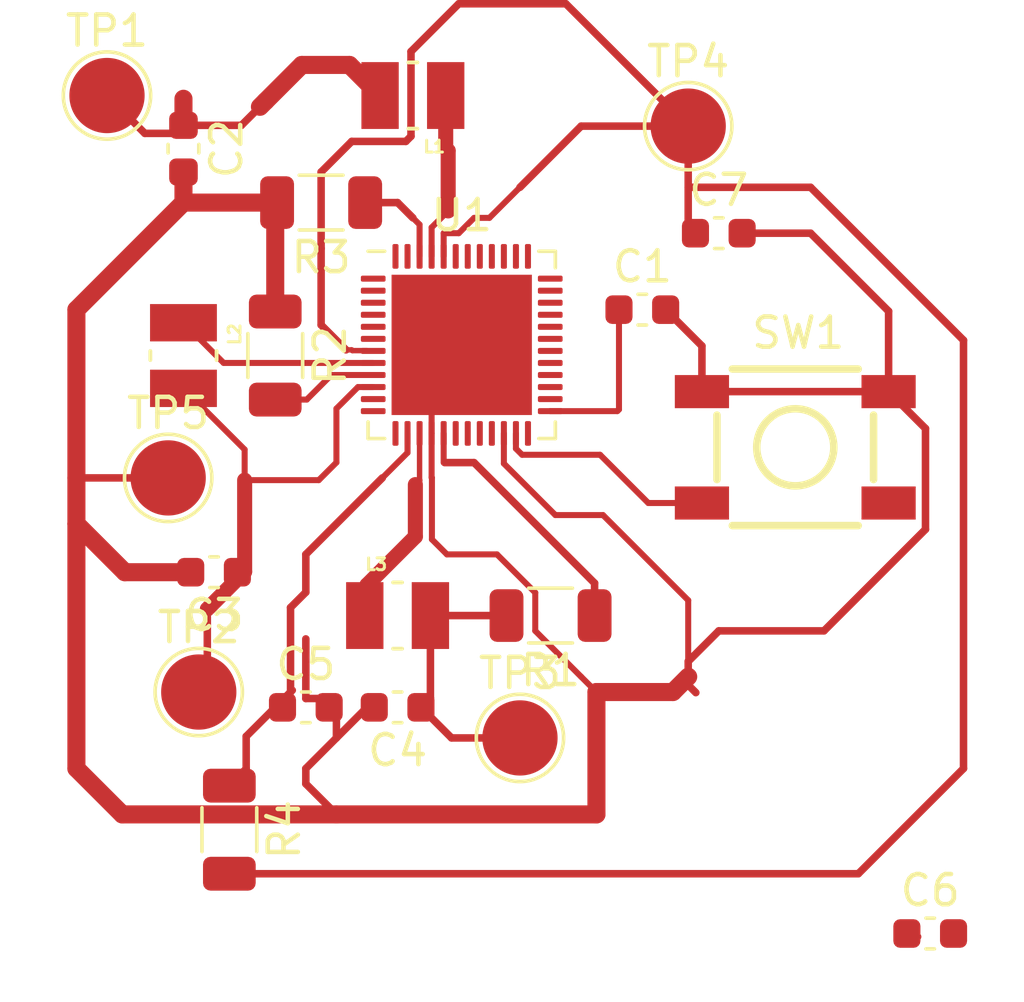
<source format=kicad_pcb>
(kicad_pcb (version 20211014) (generator pcbnew)
  (layers (0 "F.Cu" signal) (31 "B.Cu" signal) (34 "B.Paste" user) (35 "F.Paste" user) (36 "B.SilkS" user "B.Silkscreen") (37 "F.SilkS" user "F.Silkscreen") (38 "B.Mask" user) (39 "F.Mask" user) (44 "Edge.Cuts" user))
  (net 0 "")
  (net 1 "Net-(C1-Pad1)")
  (net 2 "GND")
  (net 3 "Net-(C2-Pad1)")
  (net 4 "Net-(C3-Pad1)")
  (net 5 "Net-(C4-Pad1)")
  (net 6 "Net-(L1-Pad1)")
  (net 7 "Net-(L2-Pad1)")
  (net 8 "Net-(SW1-Pad3)")
  (net 42 "VCC")
  (net 43 "Net-(U1-Pad15)")
  (net 44 "Net-(U1-Pad17)")
  (net 45 "Net-(U1-Pad9)")
  (net 46 "Net-(U1-Pad46)")
  (net 47 "Net-(U1-Pad14)")
  (footprint "rlib_passive:C_0603_1608Metric" (layer "F.Cu") (at 141.224 90 180)
    (fp_text reference "C3" (at 0 -1.43) (layer "F.SilkS"))
    (fp_text value "C")
    (fp_line (start -0.14058 -0.51) (end 0.14058 -0.51) (layer "F.SilkS") (width 0.12))
    (fp_line (start -0.14058 0.51) (end 0.14058 0.51) (layer "F.SilkS") (width 0.12))
    (pad "1" smd roundrect (at -0.775 0 180) (size 0.9 0.95) (layers "F.Cu" "F.Paste" "F.Mask") (net 4 "Net-(C3-Pad1)"))
    (pad "2" smd roundrect (at 0.775 0 180) (size 0.9 0.95) (layers "F.Cu" "F.Paste" "F.Mask") (net 2 "GND"))
  )
  (footprint "rlib_passive:C_0603_1608Metric" (layer "F.Cu") (at 157.988 78.74)
    (fp_text reference "C7" (at 0 -1.43) (layer "F.SilkS"))
    (fp_text value "C")
    (fp_line (start -0.14058 0.51) (end 0.14058 0.51) (layer "F.SilkS") (width 0.12))
    (fp_line (start -0.14058 -0.51) (end 0.14058 -0.51) (layer "F.SilkS") (width 0.12))
    (pad "1" smd roundrect (at -0.775 0) (size 0.9 0.95) (layers "F.Cu" "F.Paste" "F.Mask") (net 42 "VCC"))
    (pad "2" smd roundrect (at 0.775 0) (size 0.9 0.95) (layers "F.Cu" "F.Paste" "F.Mask") (net 2 "GND"))
  )
  (footprint "rlib_passive:INDC2520X120N" (layer "F.Cu") (at 140.208 82.804 -90)
    (fp_text reference "L2" (at -0.71 -1.7 90) (layer "F.SilkS") (effects (font (size 0.393701 0.393701))))
    (fp_text value "2.2u")
    (fp_line (start -0.15 1.1) (end 0.15 1.1) (layer "F.SilkS") (width 0.127))
    (fp_line (start -0.15 -1.1) (end 0.15 -1.1) (layer "F.SilkS") (width 0.127))
    (pad "1" smd rect (at -1.09 0 270) (size 1.24 2.22) (layers "F.Cu" "F.Paste" "F.Mask") (net 7 "Net-(L2-Pad1)"))
    (pad "2" smd rect (at 1.09 0 270) (size 1.24 2.22) (layers "F.Cu" "F.Paste" "F.Mask") (net 4 "Net-(C3-Pad1)"))
  )
  (footprint "rlib_passive:C_0603_1608Metric" (layer "F.Cu") (at 140.208 75.933 -90)
    (fp_text reference "C2" (at 0 -1.43 90) (layer "F.SilkS"))
    (fp_text value "C")
    (fp_line (start -0.14058 -0.51) (end 0.14058 -0.51) (layer "F.SilkS") (width 0.12))
    (fp_line (start -0.14058 0.51) (end 0.14058 0.51) (layer "F.SilkS") (width 0.12))
    (pad "1" smd roundrect (at -0.775 0 270) (size 0.9 0.95) (layers "F.Cu" "F.Paste" "F.Mask") (net 3 "Net-(C2-Pad1)"))
    (pad "2" smd roundrect (at 0.775 0 270) (size 0.9 0.95) (layers "F.Cu" "F.Paste" "F.Mask") (net 2 "GND"))
  )
  (footprint "rlib_power:QFN-48-1EP_6x6mm_P0.4mm_EP4.66x4.66mm" (layer "F.Cu") (at 149.45 82.45)
    (fp_text reference "U1" (at 0 -4.3) (layer "F.SilkS"))
    (fp_text value "AXP192")
    (fp_line (start -2.56 3.11) (end -3.11 3.11) (layer "F.SilkS") (width 0.12))
    (fp_line (start 2.56 -3.11) (end 3.11 -3.11) (layer "F.SilkS") (width 0.12))
    (fp_line (start 3.11 -3.11) (end 3.11 -2.56) (layer "F.SilkS") (width 0.12))
    (fp_line (start 3.11 3.11) (end 3.11 2.56) (layer "F.SilkS") (width 0.12))
    (fp_line (start 2.56 3.11) (end 3.11 3.11) (layer "F.SilkS") (width 0.12))
    (fp_line (start -3.11 3.11) (end -3.11 2.56) (layer "F.SilkS") (width 0.12))
    (fp_line (start -2.56 -3.11) (end -3.11 -3.11) (layer "F.SilkS") (width 0.12))
    (pad "1" smd roundrect (at -2.94 -2.2) (size 0.82 0.2) (layers "F.Cu" "F.Paste" "F.Mask"))
    (pad "2" smd roundrect (at -2.94 -1.8) (size 0.82 0.2) (layers "F.Cu" "F.Paste" "F.Mask"))
    (pad "3" smd roundrect (at -2.94 -1.4) (size 0.82 0.2) (layers "F.Cu" "F.Paste" "F.Mask"))
    (pad "4" smd roundrect (at -2.94 -1) (size 0.82 0.2) (layers "F.Cu" "F.Paste" "F.Mask"))
    (pad "5" smd roundrect (at -2.94 -0.6) (size 0.82 0.2) (layers "F.Cu" "F.Paste" "F.Mask"))
    (pad "6" smd roundrect (at -2.94 -0.2) (size 0.82 0.2) (layers "F.Cu" "F.Paste" "F.Mask"))
    (pad "7" smd roundrect (at -2.94 0.2) (size 0.82 0.2) (layers "F.Cu" "F.Paste" "F.Mask") (net 42 "VCC"))
    (pad "8" smd roundrect (at -2.94 0.6) (size 0.82 0.2) (layers "F.Cu" "F.Paste" "F.Mask") (net 7 "Net-(L2-Pad1)"))
    (pad "9" smd roundrect (at -2.94 1) (size 0.82 0.2) (layers "F.Cu" "F.Paste" "F.Mask") (net 45 "Net-(U1-Pad9)"))
    (pad "10" smd roundrect (at -2.94 1.4) (size 0.82 0.2) (layers "F.Cu" "F.Paste" "F.Mask") (net 4 "Net-(C3-Pad1)"))
    (pad "11" smd roundrect (at -2.94 1.8) (size 0.82 0.2) (layers "F.Cu" "F.Paste" "F.Mask"))
    (pad "12" smd roundrect (at -2.94 2.2) (size 0.82 0.2) (layers "F.Cu" "F.Paste" "F.Mask"))
    (pad "13" smd roundrect (at -2.2 2.94) (size 0.2 0.82) (layers "F.Cu" "F.Paste" "F.Mask"))
    (pad "14" smd roundrect (at -1.8 2.94) (size 0.2 0.82) (layers "F.Cu" "F.Paste" "F.Mask") (net 47 "Net-(U1-Pad14)"))
    (pad "15" smd roundrect (at -1.4 2.94) (size 0.2 0.82) (layers "F.Cu" "F.Paste" "F.Mask") (net 43 "Net-(U1-Pad15)"))
    (pad "16" smd roundrect (at -1 2.94) (size 0.2 0.82) (layers "F.Cu" "F.Paste" "F.Mask") (net 2 "GND"))
    (pad "17" smd roundrect (at -0.6 2.94) (size 0.2 0.82) (layers "F.Cu" "F.Paste" "F.Mask") (net 44 "Net-(U1-Pad17)"))
    (pad "18" smd roundrect (at -0.2 2.94) (size 0.2 0.82) (layers "F.Cu" "F.Paste" "F.Mask"))
    (pad "19" smd roundrect (at 0.2 2.94) (size 0.2 0.82) (layers "F.Cu" "F.Paste" "F.Mask"))
    (pad "20" smd roundrect (at 0.6 2.94) (size 0.2 0.82) (layers "F.Cu" "F.Paste" "F.Mask"))
    (pad "21" smd roundrect (at 1 2.94) (size 0.2 0.82) (layers "F.Cu" "F.Paste" "F.Mask"))
    (pad "22" smd roundrect (at 1.4 2.94) (size 0.2 0.82) (layers "F.Cu" "F.Paste" "F.Mask") (net 2 "GND"))
    (pad "23" smd roundrect (at 1.8 2.94) (size 0.2 0.82) (layers "F.Cu" "F.Paste" "F.Mask") (net 8 "Net-(SW1-Pad3)"))
    (pad "24" smd roundrect (at 2.2 2.94) (size 0.2 0.82) (layers "F.Cu" "F.Paste" "F.Mask"))
    (pad "25" smd roundrect (at 2.94 2.2) (size 0.82 0.2) (layers "F.Cu" "F.Paste" "F.Mask") (net 1 "Net-(C1-Pad1)"))
    (pad "26" smd roundrect (at 2.94 1.8) (size 0.82 0.2) (layers "F.Cu" "F.Paste" "F.Mask"))
    (pad "27" smd roundrect (at 2.94 1.4) (size 0.82 0.2) (layers "F.Cu" "F.Paste" "F.Mask"))
    (pad "28" smd roundrect (at 2.94 1) (size 0.82 0.2) (layers "F.Cu" "F.Paste" "F.Mask"))
    (pad "29" smd roundrect (at 2.94 0.6) (size 0.82 0.2) (layers "F.Cu" "F.Paste" "F.Mask"))
    (pad "30" smd roundrect (at 2.94 0.2) (size 0.82 0.2) (layers "F.Cu" "F.Paste" "F.Mask"))
    (pad "31" smd roundrect (at 2.94 -0.2) (size 0.82 0.2) (layers "F.Cu" "F.Paste" "F.Mask"))
    (pad "32" smd roundrect (at 2.94 -0.6) (size 0.82 0.2) (layers "F.Cu" "F.Paste" "F.Mask"))
    (pad "33" smd roundrect (at 2.94 -1) (size 0.82 0.2) (layers "F.Cu" "F.Paste" "F.Mask"))
    (pad "34" smd roundrect (at 2.94 -1.4) (size 0.82 0.2) (layers "F.Cu" "F.Paste" "F.Mask"))
    (pad "35" smd roundrect (at 2.94 -1.8) (size 0.82 0.2) (layers "F.Cu" "F.Paste" "F.Mask"))
    (pad "36" smd roundrect (at 2.94 -2.2) (size 0.82 0.2) (layers "F.Cu" "F.Paste" "F.Mask"))
    (pad "37" smd roundrect (at 2.2 -2.94) (size 0.2 0.82) (layers "F.Cu" "F.Paste" "F.Mask"))
    (pad "38" smd roundrect (at 1.8 -2.94) (size 0.2 0.82) (layers "F.Cu" "F.Paste" "F.Mask"))
    (pad "39" smd roundrect (at 1.4 -2.94) (size 0.2 0.82) (layers "F.Cu" "F.Paste" "F.Mask"))
    (pad "40" smd roundrect (at 1 -2.94) (size 0.2 0.82) (layers "F.Cu" "F.Paste" "F.Mask"))
    (pad "41" smd roundrect (at 0.6 -2.94) (size 0.2 0.82) (layers "F.Cu" "F.Paste" "F.Mask"))
    (pad "42" smd roundrect (at 0.2 -2.94) (size 0.2 0.82) (layers "F.Cu" "F.Paste" "F.Mask"))
    (pad "43" smd roundrect (at -0.2 -2.94) (size 0.2 0.82) (layers "F.Cu" "F.Paste" "F.Mask"))
    (pad "44" smd roundrect (at -0.6 -2.94) (size 0.2 0.82) (layers "F.Cu" "F.Paste" "F.Mask") (net 42 "VCC"))
    (pad "45" smd roundrect (at -1 -2.94) (size 0.2 0.82) (layers "F.Cu" "F.Paste" "F.Mask") (net 6 "Net-(L1-Pad1)"))
    (pad "46" smd roundrect (at -1.4 -2.94) (size 0.2 0.82) (layers "F.Cu" "F.Paste" "F.Mask") (net 46 "Net-(U1-Pad46)"))
    (pad "47" smd roundrect (at -1.8 -2.94) (size 0.2 0.82) (layers "F.Cu" "F.Paste" "F.Mask") (net 3 "Net-(C2-Pad1)"))
    (pad "48" smd roundrect (at -2.2 -2.94) (size 0.2 0.82) (layers "F.Cu" "F.Paste" "F.Mask"))
    (pad "49" smd rect (at 0 0) (size 4.66 4.66) (layers "F.Cu" "F.Mask") (net 2 "GND"))
  )
  (footprint "TestPoint:TestPoint_Pad_D2.5mm" (layer "F.Cu") (at 140.716 93.98)
    (fp_text reference "TP2" (at 0 -2.148) (layer "F.SilkS"))
    (fp_text value "TestPoint")
    (fp_circle (center 0 0) (end 0 1.45) (layer "F.SilkS") (width 0.12) (fill none))
    (pad "1" smd circle (at 0 0) (size 2.5 2.5) (layers "F.Cu" "F.Mask") (net 4 "Net-(C3-Pad1)"))
  )
  (footprint "TestPoint:TestPoint_Pad_D2.5mm" (layer "F.Cu") (at 139.7 86.868)
    (fp_text reference "TP5" (at 0 -2.148) (layer "F.SilkS"))
    (fp_text value "TestPoint")
    (fp_circle (center 0 0) (end 0 1.45) (layer "F.SilkS") (width 0.12) (fill none))
    (pad "1" smd circle (at 0 0) (size 2.5 2.5) (layers "F.Cu" "F.Mask") (net 2 "GND"))
  )
  (footprint "Resistor_SMD:R_1206_3216Metric" (layer "F.Cu") (at 144.78 77.724 180)
    (fp_text reference "R3" (at 0 -1.82) (layer "F.SilkS"))
    (fp_text value "0")
    (fp_line (start -0.727064 0.91) (end 0.727064 0.91) (layer "F.SilkS") (width 0.12))
    (fp_line (start -0.727064 -0.91) (end 0.727064 -0.91) (layer "F.SilkS") (width 0.12))
    (pad "1" smd roundrect (at -1.4625 0 180) (size 1.125 1.75) (layers "F.Cu" "F.Paste" "F.Mask") (roundrect_rratio 0.222222) (net 46 "Net-(U1-Pad46)"))
    (pad "2" smd roundrect (at 1.4625 0 180) (size 1.125 1.75) (layers "F.Cu" "F.Paste" "F.Mask") (roundrect_rratio 0.222222) (net 2 "GND"))
  )
  (footprint "rlib_buttons:YTSC005A0152501B" (layer "F.Cu") (at 160.528 85.852)
    (fp_text reference "SW1" (at 0.1 -3.8) (layer "F.SilkS"))
    (fp_text value "YTSC005A0152501B")
    (fp_line (start -2.6 -1.07) (end -2.6 1.07) (layer "F.SilkS") (width 0.25))
    (fp_line (start -2.09 2.6) (end 2.09 2.6) (layer "F.SilkS") (width 0.25))
    (fp_line (start 2.09 -2.6) (end -2.09 -2.6) (layer "F.SilkS") (width 0.25))
    (fp_line (start 2.6 1.07) (end 2.6 -1.07) (layer "F.SilkS") (width 0.25))
    (fp_circle (center 0 0) (end 1.28 0) (layer "F.SilkS") (width 0.25) (fill none))
    (pad "1" smd rect (at -3.1 -1.85) (size 1.8 1.1) (layers "F.Cu" "F.Paste" "F.Mask") (net 2 "GND"))
    (pad "2" smd rect (at 3.1 -1.85) (size 1.8 1.1) (layers "F.Cu" "F.Paste" "F.Mask") (net 2 "GND"))
    (pad "3" smd rect (at -3.1 1.85) (size 1.8 1.1) (layers "F.Cu" "F.Paste" "F.Mask") (net 8 "Net-(SW1-Pad3)"))
    (pad "4" smd rect (at 3.1 1.85) (size 1.8 1.1) (layers "F.Cu" "F.Paste" "F.Mask") (net 8 "Net-(SW1-Pad3)"))
  )
  (footprint "rlib_passive:C_0603_1608Metric" (layer "F.Cu") (at 147.32 94.488 180)
    (fp_text reference "C4" (at 0 -1.43) (layer "F.SilkS"))
    (fp_text value "C")
    (fp_line (start -0.14058 0.51) (end 0.14058 0.51) (layer "F.SilkS") (width 0.12))
    (fp_line (start -0.14058 -0.51) (end 0.14058 -0.51) (layer "F.SilkS") (width 0.12))
    (pad "1" smd roundrect (at -0.775 0 180) (size 0.9 0.95) (layers "F.Cu" "F.Paste" "F.Mask") (net 5 "Net-(C4-Pad1)"))
    (pad "2" smd roundrect (at 0.775 0 180) (size 0.9 0.95) (layers "F.Cu" "F.Paste" "F.Mask") (net 2 "GND"))
  )
  (footprint "rlib_passive:C_0603_1608Metric" (layer "F.Cu") (at 165.01 102)
    (fp_text reference "C6" (at 0 -1.43) (layer "F.SilkS"))
    (fp_text value "C")
    (fp_line (start -0.14058 -0.51) (end 0.14058 -0.51) (layer "F.SilkS") (width 0.12))
    (fp_line (start -0.14058 0.51) (end 0.14058 0.51) (layer "F.SilkS") (width 0.12))
    (pad "1" smd roundrect (at -0.775 0) (size 0.9 0.95) (layers "F.Cu" "F.Paste" "F.Mask") (net 42 "VCC"))
    (pad "2" smd roundrect (at 0.775 0) (size 0.9 0.95) (layers "F.Cu" "F.Paste" "F.Mask") (net 2 "GND"))
  )
  (footprint "TestPoint:TestPoint_Pad_D2.5mm" (layer "F.Cu") (at 137.668 74.168)
    (fp_text reference "TP1" (at 0 -2.148) (layer "F.SilkS"))
    (fp_text value "TestPoint")
    (fp_circle (center 0 0) (end 0 1.45) (layer "F.SilkS") (width 0.12) (fill none))
    (pad "1" smd circle (at 0 0) (size 2.5 2.5) (layers "F.Cu" "F.Mask") (net 3 "Net-(C2-Pad1)"))
  )
  (footprint "rlib_passive:INDC2520X120N" (layer "F.Cu") (at 147.828 74.168 180)
    (fp_text reference "L1" (at -0.71 -1.7) (layer "F.SilkS") (effects (font (size 0.393701 0.393701))))
    (fp_text value "2.2u")
    (fp_line (start -0.15 1.1) (end 0.15 1.1) (layer "F.SilkS") (width 0.127))
    (fp_line (start -0.15 -1.1) (end 0.15 -1.1) (layer "F.SilkS") (width 0.127))
    (pad "1" smd rect (at -1.09 0 180) (size 1.24 2.22) (layers "F.Cu" "F.Paste" "F.Mask") (net 6 "Net-(L1-Pad1)"))
    (pad "2" smd rect (at 1.09 0 180) (size 1.24 2.22) (layers "F.Cu" "F.Paste" "F.Mask") (net 3 "Net-(C2-Pad1)"))
  )
  (footprint "Resistor_SMD:R_1206_3216Metric" (layer "F.Cu") (at 141.732 98.552 -90)
    (fp_text reference "R4" (at 0 -1.82 90) (layer "F.SilkS"))
    (fp_text value "0")
    (fp_line (start -0.727064 -0.91) (end 0.727064 -0.91) (layer "F.SilkS") (width 0.12))
    (fp_line (start -0.727064 0.91) (end 0.727064 0.91) (layer "F.SilkS") (width 0.12))
    (pad "1" smd roundrect (at -1.4625 0 270) (size 1.125 1.75) (layers "F.Cu" "F.Paste" "F.Mask") (roundrect_rratio 0.222222) (net 47 "Net-(U1-Pad14)"))
    (pad "2" smd roundrect (at 1.4625 0 270) (size 1.125 1.75) (layers "F.Cu" "F.Paste" "F.Mask") (roundrect_rratio 0.222222) (net 42 "VCC"))
  )
  (footprint "Resistor_SMD:R_1206_3216Metric" (layer "F.Cu") (at 143.256 82.804 -90)
    (fp_text reference "R2" (at 0 -1.82 90) (layer "F.SilkS"))
    (fp_text value "0")
    (fp_line (start -0.727064 -0.91) (end 0.727064 -0.91) (layer "F.SilkS") (width 0.12))
    (fp_line (start -0.727064 0.91) (end 0.727064 0.91) (layer "F.SilkS") (width 0.12))
    (pad "1" smd roundrect (at -1.4625 0 270) (size 1.125 1.75) (layers "F.Cu" "F.Paste" "F.Mask") (roundrect_rratio 0.222222) (net 2 "GND"))
    (pad "2" smd roundrect (at 1.4625 0 270) (size 1.125 1.75) (layers "F.Cu" "F.Paste" "F.Mask") (roundrect_rratio 0.222222) (net 45 "Net-(U1-Pad9)"))
  )
  (footprint "Resistor_SMD:R_1206_3216Metric" (layer "F.Cu") (at 152.4 91.44 180)
    (fp_text reference "R1" (at 0 -1.82) (layer "F.SilkS"))
    (fp_text value "0")
    (fp_line (start -0.727064 -0.91) (end 0.727064 -0.91) (layer "F.SilkS") (width 0.12))
    (fp_line (start -0.727064 0.91) (end 0.727064 0.91) (layer "F.SilkS") (width 0.12))
    (pad "1" smd roundrect (at -1.4625 0 180) (size 1.125 1.75) (layers "F.Cu" "F.Paste" "F.Mask") (roundrect_rratio 0.222222) (net 44 "Net-(U1-Pad17)"))
    (pad "2" smd roundrect (at 1.4625 0 180) (size 1.125 1.75) (layers "F.Cu" "F.Paste" "F.Mask") (roundrect_rratio 0.222222) (net 5 "Net-(C4-Pad1)"))
  )
  (footprint "rlib_passive:C_0603_1608Metric" (layer "F.Cu") (at 144.272 94.488)
    (fp_text reference "C5" (at 0 -1.43) (layer "F.SilkS"))
    (fp_text value "C")
    (fp_line (start -0.14058 -0.51) (end 0.14058 -0.51) (layer "F.SilkS") (width 0.12))
    (fp_line (start -0.14058 0.51) (end 0.14058 0.51) (layer "F.SilkS") (width 0.12))
    (pad "1" smd roundrect (at -0.775 0) (size 0.9 0.95) (layers "F.Cu" "F.Paste" "F.Mask") (net 47 "Net-(U1-Pad14)"))
    (pad "2" smd roundrect (at 0.775 0) (size 0.9 0.95) (layers "F.Cu" "F.Paste" "F.Mask") (net 2 "GND"))
  )
  (footprint "TestPoint:TestPoint_Pad_D2.5mm" (layer "F.Cu") (at 151.384 95.504)
    (fp_text reference "TP3" (at 0 -2.148) (layer "F.SilkS"))
    (fp_text value "TestPoint")
    (fp_circle (center 0 0) (end 0 1.45) (layer "F.SilkS") (width 0.12) (fill none))
    (pad "1" smd circle (at 0 0) (size 2.5 2.5) (layers "F.Cu" "F.Mask") (net 5 "Net-(C4-Pad1)"))
  )
  (footprint "TestPoint:TestPoint_Pad_D2.5mm" (layer "F.Cu") (at 156.972 75.184)
    (fp_text reference "TP4" (at 0 -2.148) (layer "F.SilkS"))
    (fp_text value "TestPoint")
    (fp_circle (center 0 0) (end 0 1.45) (layer "F.SilkS") (width 0.12) (fill none))
    (pad "1" smd circle (at 0 0) (size 2.5 2.5) (layers "F.Cu" "F.Mask") (net 42 "VCC"))
  )
  (footprint "rlib_passive:C_0603_1608Metric" (layer "F.Cu") (at 155.448 81.28)
    (fp_text reference "C1" (at 0 -1.43) (layer "F.SilkS"))
    (fp_text value "C")
    (fp_line (start -0.14058 0.51) (end 0.14058 0.51) (layer "F.SilkS") (width 0.12))
    (fp_line (start -0.14058 -0.51) (end 0.14058 -0.51) (layer "F.SilkS") (width 0.12))
    (pad "1" smd roundrect (at -0.775 0) (size 0.9 0.95) (layers "F.Cu" "F.Paste" "F.Mask") (net 1 "Net-(C1-Pad1)"))
    (pad "2" smd roundrect (at 0.775 0) (size 0.9 0.95) (layers "F.Cu" "F.Paste" "F.Mask") (net 2 "GND"))
  )
  (footprint "rlib_passive:INDC2520X120N" (layer "F.Cu") (at 147.32 91.44)
    (fp_text reference "L3" (at -0.71 -1.7) (layer "F.SilkS") (effects (font (size 0.393701 0.393701))))
    (fp_text value "2.2u")
    (fp_line (start -0.15 1.1) (end 0.15 1.1) (layer "F.SilkS") (width 0.127))
    (fp_line (start -0.15 -1.1) (end 0.15 -1.1) (layer "F.SilkS") (width 0.127))
    (pad "1" smd rect (at -1.09 0) (size 1.24 2.22) (layers "F.Cu" "F.Paste" "F.Mask") (net 43 "Net-(U1-Pad15)"))
    (pad "2" smd rect (at 1.09 0) (size 1.24 2.22) (layers "F.Cu" "F.Paste" "F.Mask") (net 5 "Net-(C4-Pad1)"))
  )
  (segment (start 152.39 84.65) (end 154.618 84.65) (width 0.2) (layer "F.Cu") (net 1))
  (segment (start 154.618 84.65) (end 154.673 84.595) (width 0.2) (layer "F.Cu") (net 1))
  (segment (start 154.673 84.595) (end 154.673 81.28) (width 0.2) (layer "F.Cu") (net 1))
  (segment (start 157.428 84.002) (end 157.428 82.485) (width 0.25) (layer "F.Cu") (net 2))
  (segment (start 148.958 89.408) (end 148.46 88.91) (width 0.2) (layer "F.Cu") (net 2))
  (segment (start 144.272 92.215) (end 144.272 94.195) (width 0.25) (layer "F.Cu") (net 2))
  (segment (start 143.3175 77.724) (end 140.208 77.724) (width 0.25) (layer "F.Cu") (net 2))
  (segment (start 157.988 91.948) (end 156.972 92.964) (width 0.25) (layer "F.Cu") (net 2))
  (segment (start 153.924 98.044) (end 153.924 93.98) (width 0.6) (layer "F.Cu") (net 2))
  (segment (start 148.45 83.45) (end 149.45 82.45) (width 0.2) (layer "F.Cu") (net 2))
  (segment (start 156.972 93.472) (end 156.972 93.747) (width 0.25) (layer "F.Cu") (net 2))
  (segment (start 154.142 88.102) (end 152.560314 88.102) (width 0.2) (layer "F.Cu") (net 2))
  (segment (start 145.288 94.733183) (end 145.288 95.504) (width 0.25) (layer "F.Cu") (net 2))
  (segment (start 144.272 96.52) (end 144.272 97.028) (width 0.25) (layer "F.Cu") (net 2))
  (segment (start 156.464 93.98) (end 156.972 93.472) (width 0.6) (layer "F.Cu") (net 2))
  (segment (start 157.428 82.485) (end 156.223 81.28) (width 0.25) (layer "F.Cu") (net 2))
  (segment (start 150.85 86.391686) (end 150.85 85.39) (width 0.2) (layer "F.Cu") (net 2))
  (segment (start 163.628 84.002) (end 164.853 85.227) (width 0.25) (layer "F.Cu") (net 2))
  (segment (start 151.892 90.679183) (end 150.620817 89.408) (width 0.2) (layer "F.Cu") (net 2))
  (segment (start 146.304 94.488) (end 145.288 95.504) (width 0.25) (layer "F.Cu") (net 2))
  (segment (start 161.482 91.948) (end 157.988 91.948) (width 0.25) (layer "F.Cu") (net 2))
  (segment (start 140.208 77.724) (end 140.208 76.708) (width 0.6) (layer "F.Cu") (net 2))
  (segment (start 144.749817 94.195) (end 145.288 94.733183) (width 0.25) (layer "F.Cu") (net 2))
  (segment (start 144.272 94.195) (end 144.749817 94.195) (width 0.25) (layer "F.Cu") (net 2))
  (segment (start 164.853 88.577) (end 161.482 91.948) (width 0.25) (layer "F.Cu") (net 2))
  (segment (start 145.288 98.044) (end 138.176 98.044) (width 0.6) (layer "F.Cu") (net 2))
  (segment (start 148.45 86.852182) (end 148.45 85.39) (width 0.2) (layer "F.Cu") (net 2))
  (segment (start 156.972 90.932) (end 154.142 88.102) (width 0.2) (layer "F.Cu") (net 2))
  (segment (start 140.208 76.708) (end 140.0745 76.5745) (width 0.6) (layer "F.Cu") (net 2))
  (segment (start 153.924 93.98) (end 156.464 93.98) (width 0.6) (layer "F.Cu") (net 2))
  (segment (start 153.416 93.472) (end 151.892 91.948) (width 0.2) (layer "F.Cu") (net 2))
  (segment (start 139.7 86.868) (end 136.652 86.868) (width 0.25) (layer "F.Cu") (net 2))
  (segment (start 148.46 86.862182) (end 148.45 86.852182) (width 0.2) (layer "F.Cu") (net 2))
  (segment (start 148.45 85.39) (end 148.45 83.45) (width 0.2) (layer "F.Cu") (net 2))
  (segment (start 156.972 93.747) (end 157.225 94) (width 0.25) (layer "F.Cu") (net 2))
  (segment (start 150.620817 89.408) (end 148.958 89.408) (width 0.2) (layer "F.Cu") (net 2))
  (segment (start 164.853 85.227) (end 164.853 88.577) (width 0.25) (layer "F.Cu") (net 2))
  (segment (start 143.256 77.724) (end 140.208 77.724) (width 0.6) (layer "F.Cu") (net 2))
  (segment (start 136.652 96.52) (end 136.652 88.392) (width 0.6) (layer "F.Cu") (net 2))
  (segment (start 140.208 77.724) (end 136.652 81.28) (width 0.6) (layer "F.Cu") (net 2))
  (segment (start 138.176 98.044) (end 136.652 96.52) (width 0.6) (layer "F.Cu") (net 2))
  (segment (start 158.763 78.74) (end 161.036 78.74) (width 0.25) (layer "F.Cu") (net 2))
  (segment (start 157.428 84.002) (end 163.628 84.002) (width 0.25) (layer "F.Cu") (net 2))
  (segment (start 161.036 78.74) (end 163.628 81.332) (width 0.25) (layer "F.Cu") (net 2))
  (segment (start 140.449 90) (end 138.26 90) (width 0.6) (layer "F.Cu") (net 2))
  (segment (start 163.628 81.332) (end 163.628 84.002) (width 0.25) (layer "F.Cu") (net 2))
  (segment (start 136.652 88.392) (end 136.652 86.868) (width 0.6) (layer "F.Cu") (net 2))
  (segment (start 138.26 90) (end 136.652 88.392) (width 0.6) (layer "F.Cu") (net 2))
  (segment (start 151.892 91.948) (end 151.892 90.679183) (width 0.2) (layer "F.Cu") (net 2))
  (segment (start 143.256 81.3415) (end 143.256 77.724) (width 0.6) (layer "F.Cu") (net 2))
  (segment (start 148.46 88.91) (end 148.46 86.862182) (width 0.2) (layer "F.Cu") (net 2))
  (segment (start 136.652 81.28) (end 136.652 86.868) (width 0.6) (layer "F.Cu") (net 2))
  (segment (start 153.924 93.98) (end 153.416 93.472) (width 0.2) (layer "F.Cu") (net 2))
  (segment (start 144.272 97.028) (end 145.288 98.044) (width 0.25) (layer "F.Cu") (net 2))
  (segment (start 156.972 93.472) (end 156.972 90.932) (width 0.2) (layer "F.Cu") (net 2))
  (segment (start 146.545 94.488) (end 146.304 94.488) (width 0.25) (layer "F.Cu") (net 2))
  (segment (start 152.560314 88.102) (end 150.85 86.391686) (width 0.2) (layer "F.Cu") (net 2))
  (segment (start 156.972 92.964) (end 156.972 93.472) (width 0.25) (layer "F.Cu") (net 2))
  (segment (start 145.288 98.044) (end 153.924 98.044) (width 0.6) (layer "F.Cu") (net 2))
  (segment (start 145.288 95.504) (end 144.272 96.52) (width 0.25) (layer "F.Cu") (net 2))
  (segment (start 140.208 75.158) (end 142.1325 75.158) (width 0.25) (layer "F.Cu") (net 3))
  (segment (start 138.176 74.676) (end 138.925 75.425) (width 0.25) (layer "F.Cu") (net 3))
  (segment (start 142.748 74.5425) (end 142.93525 74.35525) (width 0.6) (layer "F.Cu") (net 3))
  (segment (start 139.941 75.425) (end 140.208 75.158) (width 0.25) (layer "F.Cu") (net 3))
  (segment (start 140.208 75.158) (end 140.208 74.2755) (width 0.6) (layer "F.Cu") (net 3))
  (segment (start 142.93525 74.35525) (end 144.1385 73.152) (width 0.6) (layer "F.Cu") (net 3))
  (segment (start 138.925 75.425) (end 139.941 75.425) (width 0.25) (layer "F.Cu") (net 3))
  (segment (start 142.1325 75.158) (end 142.93525 74.35525) (width 0.25) (layer "F.Cu") (net 3))
  (segment (start 145.722 73.152) (end 146.738 74.168) (width 0.6) (layer "F.Cu") (net 3))
  (segment (start 144.1385 73.152) (end 145.722 73.152) (width 0.6) (layer "F.Cu") (net 3))
  (segment (start 142.24 86.942) (end 144.702 86.942) (width 0.2) (layer "F.Cu") (net 4))
  (segment (start 142.24 86.942) (end 142.24 89.985) (width 0.5) (layer "F.Cu") (net 4))
  (segment (start 142.24 89.985) (end 141 91.225) (width 0.5) (layer "F.Cu") (net 4))
  (segment (start 146.005025 83.85) (end 146.51 83.85) (width 0.2) (layer "F.Cu") (net 4))
  (segment (start 145.288 86.356) (end 145.288 84.567025) (width 0.2) (layer "F.Cu") (net 4))
  (segment (start 145.288 84.567025) (end 146.005025 83.85) (width 0.2) (layer "F.Cu") (net 4))
  (segment (start 140.208 83.894) (end 142.24 85.926) (width 0.2) (layer "F.Cu") (net 4))
  (segment (start 144.702 86.942) (end 145.288 86.356) (width 0.2) (layer "F.Cu") (net 4))
  (segment (start 141 93) (end 141 91.225) (width 0.25) (layer "F.Cu") (net 4))
  (segment (start 142.24 85.926) (end 142.24 86.942) (width 0.2) (layer "F.Cu") (net 4))
  (segment (start 148.095 94.488) (end 148.41 94.173) (width 0.25) (layer "F.Cu") (net 5))
  (segment (start 148.41 94.173) (end 148.41 91.44) (width 0.25) (layer "F.Cu") (net 5))
  (segment (start 150.9375 91.44) (end 148.41 91.44) (width 0.25) (layer "F.Cu") (net 5))
  (segment (start 149.111 95.504) (end 148.095 94.488) (width 0.25) (layer "F.Cu") (net 5))
  (segment (start 151.384 95.504) (end 149.111 95.504) (width 0.25) (layer "F.Cu") (net 5))
  (segment (start 148.918 75.918) (end 148.918 74.168) (width 0.5) (layer "F.Cu") (net 6))
  (segment (start 149 76) (end 148.918 75.918) (width 0.5) (layer "F.Cu") (net 6))
  (segment (start 149 76) (end 149 78) (width 0.5) (layer "F.Cu") (net 6))
  (segment (start 148.45 79.51) (end 148.45 78.55) (width 0.2) (layer "F.Cu") (net 6))
  (segment (start 148.45 78.55) (end 149 78) (width 0.2) (layer "F.Cu") (net 6))
  (segment (start 141.544 83.05) (end 140.208 81.714) (width 0.2) (layer "F.Cu") (net 7))
  (segment (start 146.51 83.05) (end 141.544 83.05) (width 0.2) (layer "F.Cu") (net 7))
  (segment (start 151.455025 86.1) (end 151.25 85.894975) (width 0.2) (layer "F.Cu") (net 8))
  (segment (start 157.428 87.702) (end 155.647 87.702) (width 0.2) (layer "F.Cu") (net 8))
  (segment (start 155.647 87.702) (end 154.045 86.1) (width 0.2) (layer "F.Cu") (net 8))
  (segment (start 154.045 86.1) (end 151.455025 86.1) (width 0.2) (layer "F.Cu") (net 8))
  (segment (start 151.25 85.894975) (end 151.25 85.39) (width 0.2) (layer "F.Cu") (net 8))
  (segment (start 144.78 81.788) (end 145.607165 82.615165) (width 0.25) (layer "F.Cu") (net 42))
  (segment (start 162.6215 100.0145) (end 166.116 96.52) (width 0.25) (layer "F.Cu") (net 42))
  (segment (start 164.235 102) (end 164.484 102) (width 0.25) (layer "F.Cu") (net 42))
  (segment (start 144.78 76.708) (end 144.78 79.248) (width 0.25) (layer "F.Cu") (net 42))
  (segment (start 152.908 71.12) (end 149.352 71.12) (width 0.25) (layer "F.Cu") (net 42))
  (segment (start 148.85 78.74) (end 148.85 79.51) (width 0.2) (layer "F.Cu") (net 42))
  (segment (start 145.796 75.692) (end 144.78 76.708) (width 0.25) (layer "F.Cu") (net 42))
  (segment (start 156.972 75.184) (end 153.416 75.184) (width 0.25) (layer "F.Cu") (net 42))
  (segment (start 149.352 78.74) (end 148.85 78.74) (width 0.2) (layer "F.Cu") (net 42))
  (segment (start 149.86 78.232) (end 149.352 78.74) (width 0.2) (layer "F.Cu") (net 42))
  (segment (start 151.384 77.216) (end 150.368 78.232) (width 0.2) (layer "F.Cu") (net 42))
  (segment (start 161.036 77.216) (end 156.972 77.216) (width 0.25) (layer "F.Cu") (net 42))
  (segment (start 166.116 82.296) (end 161.036 77.216) (width 0.25) (layer "F.Cu") (net 42))
  (segment (start 166.116 96.52) (end 166.116 82.296) (width 0.25) (layer "F.Cu") (net 42))
  (segment (start 157.213 78.74) (end 156.972 78.499) (width 0.25) (layer "F.Cu") (net 42))
  (segment (start 153.416 75.184) (end 151.384 77.216) (width 0.25) (layer "F.Cu") (net 42))
  (segment (start 149.352 71.12) (end 147.765 72.707) (width 0.25) (layer "F.Cu") (net 42))
  (segment (start 144.78 79.248) (end 144.78 81.788) (width 0.25) (layer "F.Cu") (net 42))
  (segment (start 141.732 100.0145) (end 162.6215 100.0145) (width 0.25) (layer "F.Cu") (net 42))
  (segment (start 147.765 72.707) (end 147.765 75.521) (width 0.25) (layer "F.Cu") (net 42))
  (segment (start 156.972 75.184) (end 152.908 71.12) (width 0.25) (layer "F.Cu") (net 42))
  (segment (start 147.594 75.692) (end 145.796 75.692) (width 0.25) (layer "F.Cu") (net 42))
  (segment (start 164.484 102) (end 164.592 102.108) (width 0.25) (layer "F.Cu") (net 42))
  (segment (start 145.796 82.615165) (end 145.820835 82.64) (width 0.18) (layer "F.Cu") (net 42))
  (segment (start 150.368 78.232) (end 149.86 78.232) (width 0.2) (layer "F.Cu") (net 42))
  (segment (start 145.607165 82.615165) (end 145.796 82.615165) (width 0.18) (layer "F.Cu") (net 42))
  (segment (start 145.820835 82.64) (end 146.304 82.64) (width 0.18) (layer "F.Cu") (net 42))
  (segment (start 156.972 78.499) (end 156.972 75.184) (width 0.25) (layer "F.Cu") (net 42))
  (segment (start 147.765 75.521) (end 147.594 75.692) (width 0.25) (layer "F.Cu") (net 42))
  (segment (start 148 87) (end 148.05 86.95) (width 0.2) (layer "F.Cu") (net 43))
  (segment (start 146.304 91.366) (end 146.23 91.44) (width 0.5) (layer "F.Cu") (net 43))
  (segment (start 147.91 88.818) (end 146.304 90.424) (width 0.5) (layer "F.Cu") (net 43))
  (segment (start 147.91 87.09) (end 147.91 88.818) (width 0.5) (layer "F.Cu") (net 43))
  (segment (start 146.304 90.424) (end 146.304 91.366) (width 0.5) (layer "F.Cu") (net 43))
  (segment (start 148 87) (end 147.91 87.09) (width 0.25) (layer "F.Cu") (net 43))
  (segment (start 148.05 86.95) (end 148.05 85.39) (width 0.18) (layer "F.Cu") (net 43))
  (segment (start 148.885 86.36) (end 149.86 86.36) (width 0.25) (layer "F.Cu") (net 44))
  (segment (start 149.86 86.36) (end 153.8625 90.3625) (width 0.25) (layer "F.Cu") (net 44))
  (segment (start 148.85 86.36) (end 148.85 85.39) (width 0.2) (layer "F.Cu") (net 44))
  (segment (start 153.8625 90.3625) (end 153.8625 91.44) (width 0.25) (layer "F.Cu") (net 44))
  (segment (start 145.11925 83.45) (end 146.51 83.45) (width 0.2) (layer "F.Cu") (net 45))
  (segment (start 144.30275 84.2665) (end 145.11925 83.45) (width 0.2) (layer "F.Cu") (net 45))
  (segment (start 143.256 84.2665) (end 144.30275 84.2665) (width 0.2) (layer "F.Cu") (net 45))
  (segment (start 148.05 78.454) (end 148.05 79.51) (width 0.2) (layer "F.Cu") (net 46))
  (segment (start 147.828 78.232) (end 148.05 78.454) (width 0.2) (layer "F.Cu") (net 46))
  (segment (start 147.32 77.724) (end 147.828 78.232) (width 0.25) (layer "F.Cu") (net 46))
  (segment (start 146.2425 77.724) (end 147.32 77.724) (width 0.25) (layer "F.Cu") (net 46))
  (segment (start 143.764 93.98) (end 143.822 93.922) (width 0.25) (layer "F.Cu") (net 47))
  (segment (start 141.732 97.0895) (end 142.291 96.5305) (width 0.25) (layer "F.Cu") (net 47))
  (segment (start 142.291 95.453) (end 143.764 93.98) (width 0.25) (layer "F.Cu") (net 47))
  (segment (start 144.272 89.408) (end 146.812 86.868) (width 0.25) (layer "F.Cu") (net 47))
  (segment (start 147.65 86.03) (end 147.65 85.39) (width 0.2) (layer "F.Cu") (net 47))
  (segment (start 146.812 86.868) (end 147.65 86.03) (width 0.2) (layer "F.Cu") (net 47))
  (segment (start 143.764 91.173) (end 144.272 90.665) (width 0.25) (layer "F.Cu") (net 47))
  (segment (start 142.291 96.5305) (end 142.291 95.453) (width 0.25) (layer "F.Cu") (net 47))
  (segment (start 144.272 90.665) (end 144.272 89.408) (width 0.25) (layer "F.Cu") (net 47))
  (segment (start 143.764 93.98) (end 143.764 91.173) (width 0.25) (layer "F.Cu") (net 47))
)
</source>
